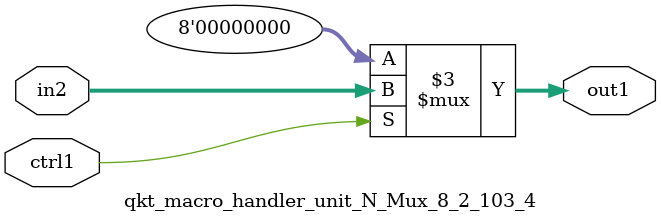
<source format=v>

`timescale 1ps / 1ps


module qkt_macro_handler_unit_N_Mux_8_2_103_4( in2, ctrl1, out1 );

    input [7:0] in2;
    input ctrl1;
    output [7:0] out1;
    reg [7:0] out1;

    
    // rtl_process:qkt_macro_handler_unit_N_Mux_8_2_103_4/qkt_macro_handler_unit_N_Mux_8_2_103_4_thread_1
    always @*
      begin : qkt_macro_handler_unit_N_Mux_8_2_103_4_thread_1
        case (ctrl1) 
          1'b1: 
            begin
              out1 = in2;
            end
          default: 
            begin
              out1 = 8'd000;
            end
        endcase
      end

endmodule



</source>
